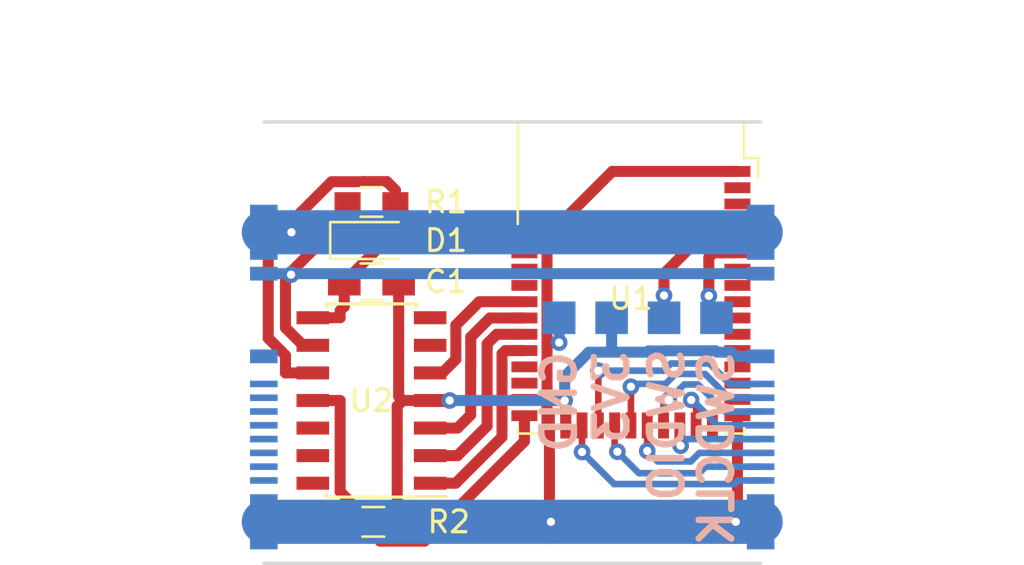
<source format=kicad_pcb>
(kicad_pcb (version 4) (host pcbnew 4.0.6-e0-6349~53~ubuntu16.04.1)

  (general
    (links 37)
    (no_connects 0)
    (area 122.810199 67.023 170.305801 94.1438)
    (thickness 1.6)
    (drawings 7)
    (tracks 196)
    (zones 0)
    (modules 12)
    (nets 20)
  )

  (page A4)
  (layers
    (0 F.Cu signal)
    (31 B.Cu signal)
    (32 B.Adhes user)
    (33 F.Adhes user)
    (34 B.Paste user)
    (35 F.Paste user)
    (36 B.SilkS user)
    (37 F.SilkS user)
    (38 B.Mask user)
    (39 F.Mask user)
    (40 Dwgs.User user)
    (41 Cmts.User user)
    (42 Eco1.User user)
    (43 Eco2.User user)
    (44 Edge.Cuts user)
    (45 Margin user)
    (46 B.CrtYd user)
    (47 F.CrtYd user)
    (48 B.Fab user hide)
    (49 F.Fab user)
  )

  (setup
    (last_trace_width 0.508)
    (trace_clearance 0.1778)
    (zone_clearance 0.508)
    (zone_45_only no)
    (trace_min 0.2)
    (segment_width 0.2)
    (edge_width 0.15)
    (via_size 0.762)
    (via_drill 0.381)
    (via_min_size 0.4)
    (via_min_drill 0.3)
    (uvia_size 0.3)
    (uvia_drill 0.1)
    (uvias_allowed no)
    (uvia_min_size 0)
    (uvia_min_drill 0)
    (pcb_text_width 0.3)
    (pcb_text_size 1.5 1.5)
    (mod_edge_width 0.15)
    (mod_text_size 1 1)
    (mod_text_width 0.15)
    (pad_size 1.524 1.524)
    (pad_drill 0.762)
    (pad_to_mask_clearance 0.2)
    (aux_axis_origin 135.128 90.551)
    (visible_elements FFFFFF7F)
    (pcbplotparams
      (layerselection 0x010f0_80000001)
      (usegerberextensions true)
      (excludeedgelayer true)
      (linewidth 0.100000)
      (plotframeref false)
      (viasonmask false)
      (mode 1)
      (useauxorigin true)
      (hpglpennumber 1)
      (hpglpenspeed 20)
      (hpglpendiameter 15)
      (hpglpenoverlay 2)
      (psnegative false)
      (psa4output false)
      (plotreference true)
      (plotvalue true)
      (plotinvisibletext false)
      (padsonsilk false)
      (subtractmaskfromsilk false)
      (outputformat 1)
      (mirror false)
      (drillshape 0)
      (scaleselection 1)
      (outputdirectory gbr))
  )

  (net 0 "")
  (net 1 +3V3)
  (net 2 GND)
  (net 3 +12V)
  (net 4 /LIN)
  (net 5 /FAULT)
  (net 6 /IO0)
  (net 7 /IO1)
  (net 8 /IO2)
  (net 9 /IO3)
  (net 10 /IO4)
  (net 11 /IO6)
  (net 12 /VBAT_RATIO)
  (net 13 /RXD)
  (net 14 /CS/LWAKE)
  (net 15 /TXD)
  (net 16 /IO5)
  (net 17 /IO7)
  (net 18 "Net-(J1-Pad1)")
  (net 19 "Net-(J2-Pad1)")

  (net_class Default "This is the default net class."
    (clearance 0.1778)
    (trace_width 0.508)
    (via_dia 0.762)
    (via_drill 0.381)
    (uvia_dia 0.3)
    (uvia_drill 0.1)
    (add_net +12V)
    (add_net +3V3)
    (add_net /CS/LWAKE)
    (add_net /FAULT)
    (add_net /LIN)
    (add_net /RXD)
    (add_net /TXD)
    (add_net /VBAT_RATIO)
    (add_net GND)
    (add_net "Net-(J1-Pad1)")
    (add_net "Net-(J2-Pad1)")
  )

  (net_class IOs ""
    (clearance 0.1778)
    (trace_width 0.3048)
    (via_dia 0.762)
    (via_drill 0.381)
    (uvia_dia 0.3)
    (uvia_drill 0.1)
    (add_net /IO0)
    (add_net /IO1)
    (add_net /IO2)
    (add_net /IO3)
    (add_net /IO4)
    (add_net /IO5)
    (add_net /IO6)
    (add_net /IO7)
  )

  (module Capacitors_SMD:C_0805_HandSoldering (layer F.Cu) (tedit 58AA84A8) (tstamp 59ADDDA7)
    (at 140.081 79.502 180)
    (descr "Capacitor SMD 0805, hand soldering")
    (tags "capacitor 0805")
    (path /59ADF374)
    (attr smd)
    (fp_text reference C1 (at -3.429 0 180) (layer F.SilkS)
      (effects (font (size 1 1) (thickness 0.15)))
    )
    (fp_text value 22u (at 0 1.75 180) (layer F.Fab)
      (effects (font (size 1 1) (thickness 0.15)))
    )
    (fp_text user %R (at 0 -1.75 180) (layer F.Fab)
      (effects (font (size 1 1) (thickness 0.15)))
    )
    (fp_line (start -1 0.62) (end -1 -0.62) (layer F.Fab) (width 0.1))
    (fp_line (start 1 0.62) (end -1 0.62) (layer F.Fab) (width 0.1))
    (fp_line (start 1 -0.62) (end 1 0.62) (layer F.Fab) (width 0.1))
    (fp_line (start -1 -0.62) (end 1 -0.62) (layer F.Fab) (width 0.1))
    (fp_line (start 0.5 -0.85) (end -0.5 -0.85) (layer F.SilkS) (width 0.12))
    (fp_line (start -0.5 0.85) (end 0.5 0.85) (layer F.SilkS) (width 0.12))
    (fp_line (start -2.25 -0.88) (end 2.25 -0.88) (layer F.CrtYd) (width 0.05))
    (fp_line (start -2.25 -0.88) (end -2.25 0.87) (layer F.CrtYd) (width 0.05))
    (fp_line (start 2.25 0.87) (end 2.25 -0.88) (layer F.CrtYd) (width 0.05))
    (fp_line (start 2.25 0.87) (end -2.25 0.87) (layer F.CrtYd) (width 0.05))
    (pad 1 smd rect (at -1.25 0 180) (size 1.5 1.25) (layers F.Cu F.Paste F.Mask)
      (net 1 +3V3))
    (pad 2 smd rect (at 1.25 0 180) (size 1.5 1.25) (layers F.Cu F.Paste F.Mask)
      (net 2 GND))
    (model Capacitors_SMD.3dshapes/C_0805.wrl
      (at (xyz 0 0 0))
      (scale (xyz 1 1 1))
      (rotate (xyz 0 0 0))
    )
  )

  (module Resistors_SMD:R_0603_HandSoldering (layer F.Cu) (tedit 58E0A804) (tstamp 59ADDDD0)
    (at 140.081 75.819 180)
    (descr "Resistor SMD 0603, hand soldering")
    (tags "resistor 0603")
    (path /59ADCC1E)
    (attr smd)
    (fp_text reference R1 (at -3.429 0 180) (layer F.SilkS)
      (effects (font (size 1 1) (thickness 0.15)))
    )
    (fp_text value 10k (at 0 1.55 180) (layer F.Fab)
      (effects (font (size 1 1) (thickness 0.15)))
    )
    (fp_text user %R (at 0 0 180) (layer F.Fab)
      (effects (font (size 0.4 0.4) (thickness 0.075)))
    )
    (fp_line (start -0.8 0.4) (end -0.8 -0.4) (layer F.Fab) (width 0.1))
    (fp_line (start 0.8 0.4) (end -0.8 0.4) (layer F.Fab) (width 0.1))
    (fp_line (start 0.8 -0.4) (end 0.8 0.4) (layer F.Fab) (width 0.1))
    (fp_line (start -0.8 -0.4) (end 0.8 -0.4) (layer F.Fab) (width 0.1))
    (fp_line (start 0.5 0.68) (end -0.5 0.68) (layer F.SilkS) (width 0.12))
    (fp_line (start -0.5 -0.68) (end 0.5 -0.68) (layer F.SilkS) (width 0.12))
    (fp_line (start -1.96 -0.7) (end 1.95 -0.7) (layer F.CrtYd) (width 0.05))
    (fp_line (start -1.96 -0.7) (end -1.96 0.7) (layer F.CrtYd) (width 0.05))
    (fp_line (start 1.95 0.7) (end 1.95 -0.7) (layer F.CrtYd) (width 0.05))
    (fp_line (start 1.95 0.7) (end -1.96 0.7) (layer F.CrtYd) (width 0.05))
    (pad 1 smd rect (at -1.1 0 180) (size 1.2 0.9) (layers F.Cu F.Paste F.Mask)
      (net 3 +12V))
    (pad 2 smd rect (at 1.1 0 180) (size 1.2 0.9) (layers F.Cu F.Paste F.Mask)
      (net 4 /LIN))
    (model ${KISYS3DMOD}/Resistors_SMD.3dshapes/R_0603.wrl
      (at (xyz 0 0 0))
      (scale (xyz 1 1 1))
      (rotate (xyz 0 0 0))
    )
  )

  (module Resistors_SMD:R_0603_HandSoldering (layer F.Cu) (tedit 58E0A804) (tstamp 59ADDDE1)
    (at 140.165 90.551 180)
    (descr "Resistor SMD 0603, hand soldering")
    (tags "resistor 0603")
    (path /59ADCBD2)
    (attr smd)
    (fp_text reference R2 (at -3.472 0 180) (layer F.SilkS)
      (effects (font (size 1 1) (thickness 0.15)))
    )
    (fp_text value 10k (at 0 1.55 180) (layer F.Fab)
      (effects (font (size 1 1) (thickness 0.15)))
    )
    (fp_text user %R (at 0 0 180) (layer F.Fab)
      (effects (font (size 0.4 0.4) (thickness 0.075)))
    )
    (fp_line (start -0.8 0.4) (end -0.8 -0.4) (layer F.Fab) (width 0.1))
    (fp_line (start 0.8 0.4) (end -0.8 0.4) (layer F.Fab) (width 0.1))
    (fp_line (start 0.8 -0.4) (end 0.8 0.4) (layer F.Fab) (width 0.1))
    (fp_line (start -0.8 -0.4) (end 0.8 -0.4) (layer F.Fab) (width 0.1))
    (fp_line (start 0.5 0.68) (end -0.5 0.68) (layer F.SilkS) (width 0.12))
    (fp_line (start -0.5 -0.68) (end 0.5 -0.68) (layer F.SilkS) (width 0.12))
    (fp_line (start -1.96 -0.7) (end 1.95 -0.7) (layer F.CrtYd) (width 0.05))
    (fp_line (start -1.96 -0.7) (end -1.96 0.7) (layer F.CrtYd) (width 0.05))
    (fp_line (start 1.95 0.7) (end 1.95 -0.7) (layer F.CrtYd) (width 0.05))
    (fp_line (start 1.95 0.7) (end -1.96 0.7) (layer F.CrtYd) (width 0.05))
    (pad 1 smd rect (at -1.1 0 180) (size 1.2 0.9) (layers F.Cu F.Paste F.Mask)
      (net 1 +3V3))
    (pad 2 smd rect (at 1.1 0 180) (size 1.2 0.9) (layers F.Cu F.Paste F.Mask)
      (net 5 /FAULT))
    (model ${KISYS3DMOD}/Resistors_SMD.3dshapes/R_0603.wrl
      (at (xyz 0 0 0))
      (scale (xyz 1 1 1))
      (rotate (xyz 0 0 0))
    )
  )

  (module RF_Modules:Laird_BL652 (layer F.Cu) (tedit 58731FA7) (tstamp 59ADDE1C)
    (at 152.019 80.264 270)
    (descr "Bluetooth v4.2 + NFC module")
    (tags "Bluetooth BLE NFC")
    (path /59ADCB9D)
    (attr smd)
    (fp_text reference U1 (at 0 0 360) (layer F.SilkS)
      (effects (font (size 1 1) (thickness 0.15)))
    )
    (fp_text value BL652 (at 0 6.985 270) (layer F.Fab)
      (effects (font (size 1 1) (thickness 0.15)))
    )
    (fp_line (start -3.429 5.207) (end -8.001 5.207) (layer F.SilkS) (width 0.12))
    (fp_line (start -6.477 -5.842) (end -5.588 -5.842) (layer F.SilkS) (width 0.12))
    (fp_line (start -6.477 -5.207) (end -6.477 -5.842) (layer F.SilkS) (width 0.12))
    (fp_line (start -8.001 -5.207) (end -6.477 -5.207) (layer F.SilkS) (width 0.12))
    (fp_line (start 6.223 5.207) (end 5.969 5.207) (layer F.SilkS) (width 0.12))
    (fp_line (start 6.223 -5.207) (end 6.223 -4.318) (layer F.SilkS) (width 0.12))
    (fp_line (start 5.969 -5.207) (end 6.223 -5.207) (layer F.SilkS) (width 0.12))
    (fp_line (start 7 6) (end -8.25 6) (layer F.CrtYd) (width 0.05))
    (fp_line (start -8.25 6) (end -8.25 -6) (layer F.CrtYd) (width 0.05))
    (fp_line (start -8.25 -6) (end 7 -6) (layer F.CrtYd) (width 0.05))
    (fp_line (start 7 -6) (end 7 6) (layer F.CrtYd) (width 0.05))
    (fp_line (start 6.223 5.207) (end 6.223 4.318) (layer F.SilkS) (width 0.12))
    (fp_line (start 5.95 5) (end -8.05 5) (layer F.Fab) (width 0.1))
    (fp_line (start 5.95 -5) (end 5.95 5) (layer F.Fab) (width 0.1))
    (fp_line (start -8.05 -5) (end 5.9 -5) (layer F.Fab) (width 0.1))
    (fp_line (start -8.05 -5) (end -8.05 5) (layer F.Fab) (width 0.1))
    (pad 1 smd rect (at -5.85 -4.9) (size 1.2 0.5) (layers F.Cu F.Paste F.Mask)
      (net 2 GND))
    (pad 2 smd rect (at -5.1 -4.9) (size 1.2 0.5) (layers F.Cu F.Paste F.Mask))
    (pad 3 smd rect (at -4.35 -4.9) (size 1.2 0.5) (layers F.Cu F.Paste F.Mask))
    (pad 4 smd rect (at -3.6 -4.9) (size 1.2 0.5) (layers F.Cu F.Paste F.Mask))
    (pad 5 smd rect (at -2.85 -4.9) (size 1.2 0.5) (layers F.Cu F.Paste F.Mask)
      (net 19 "Net-(J2-Pad1)"))
    (pad 6 smd rect (at -2.1 -4.9) (size 1.2 0.5) (layers F.Cu F.Paste F.Mask)
      (net 18 "Net-(J1-Pad1)"))
    (pad 7 smd rect (at -1.35 -4.9) (size 1.2 0.5) (layers F.Cu F.Paste F.Mask))
    (pad 8 smd rect (at -0.6 -4.9) (size 1.2 0.5) (layers F.Cu F.Paste F.Mask))
    (pad 9 smd rect (at 0.15 -4.9) (size 1.2 0.5) (layers F.Cu F.Paste F.Mask))
    (pad 10 smd rect (at 0.9 -4.9) (size 1.2 0.5) (layers F.Cu F.Paste F.Mask))
    (pad 11 smd rect (at 1.65 -4.9) (size 1.2 0.5) (layers F.Cu F.Paste F.Mask))
    (pad 12 smd rect (at 2.4 -4.9) (size 1.2 0.5) (layers F.Cu F.Paste F.Mask))
    (pad 13 smd rect (at 3.15 -4.9) (size 1.2 0.5) (layers F.Cu F.Paste F.Mask))
    (pad 14 smd rect (at 3.9 -4.9) (size 1.2 0.5) (layers F.Cu F.Paste F.Mask))
    (pad 15 smd rect (at 4.65 -4.9) (size 1.2 0.5) (layers F.Cu F.Paste F.Mask))
    (pad 16 smd rect (at 5.4 -4.9) (size 1.2 0.5) (layers F.Cu F.Paste F.Mask)
      (net 2 GND))
    (pad 17 smd rect (at 5.85 -3.75 270) (size 1.2 0.5) (layers F.Cu F.Paste F.Mask))
    (pad 18 smd rect (at 5.85 -3 270) (size 1.2 0.5) (layers F.Cu F.Paste F.Mask)
      (net 9 /IO3))
    (pad 19 smd rect (at 5.85 -2.25 270) (size 1.2 0.5) (layers F.Cu F.Paste F.Mask)
      (net 10 /IO4))
    (pad 20 smd rect (at 5.85 -1.5 270) (size 1.2 0.5) (layers F.Cu F.Paste F.Mask)
      (net 8 /IO2))
    (pad 21 smd rect (at 5.85 -0.75 270) (size 1.2 0.5) (layers F.Cu F.Paste F.Mask)
      (net 16 /IO5))
    (pad 22 smd rect (at 5.85 0 270) (size 1.2 0.5) (layers F.Cu F.Paste F.Mask)
      (net 7 /IO1))
    (pad 23 smd rect (at 5.85 0.75 270) (size 1.2 0.5) (layers F.Cu F.Paste F.Mask)
      (net 11 /IO6))
    (pad 24 smd rect (at 5.85 1.5 270) (size 1.2 0.5) (layers F.Cu F.Paste F.Mask)
      (net 6 /IO0))
    (pad 25 smd rect (at 5.85 2.25 270) (size 1.2 0.5) (layers F.Cu F.Paste F.Mask)
      (net 17 /IO7))
    (pad 26 smd rect (at 5.85 3 270) (size 1.2 0.5) (layers F.Cu F.Paste F.Mask)
      (net 1 +3V3))
    (pad 27 smd rect (at 5.85 3.75 270) (size 1.2 0.5) (layers F.Cu F.Paste F.Mask)
      (net 2 GND))
    (pad 28 smd rect (at 5.4 4.9) (size 1.2 0.5) (layers F.Cu F.Paste F.Mask)
      (net 5 /FAULT))
    (pad 29 smd rect (at 4.65 4.9) (size 1.2 0.5) (layers F.Cu F.Paste F.Mask))
    (pad 30 smd rect (at 3.9 4.9) (size 1.2 0.5) (layers F.Cu F.Paste F.Mask))
    (pad 31 smd rect (at 3.15 4.9) (size 1.2 0.5) (layers F.Cu F.Paste F.Mask))
    (pad 32 smd rect (at 2.4 4.9) (size 1.2 0.5) (layers F.Cu F.Paste F.Mask)
      (net 12 /VBAT_RATIO))
    (pad 33 smd rect (at 1.65 4.9) (size 1.2 0.5) (layers F.Cu F.Paste F.Mask)
      (net 13 /RXD))
    (pad 34 smd rect (at 0.9 4.9) (size 1.2 0.5) (layers F.Cu F.Paste F.Mask)
      (net 14 /CS/LWAKE))
    (pad 35 smd rect (at 0.15 4.9) (size 1.2 0.5) (layers F.Cu F.Paste F.Mask)
      (net 15 /TXD))
    (pad 36 smd rect (at -0.6 4.9) (size 1.2 0.5) (layers F.Cu F.Paste F.Mask))
    (pad 37 smd rect (at -1.35 4.9) (size 1.2 0.5) (layers F.Cu F.Paste F.Mask))
    (pad 38 smd rect (at -2.1 4.9) (size 1.2 0.5) (layers F.Cu F.Paste F.Mask))
    (pad 39 smd rect (at -2.85 4.9) (size 1.2 0.5) (layers F.Cu F.Paste F.Mask)
      (net 2 GND))
    (model ${KISYS3DMOD}/RF_Modules.3dshapes/Laird_BL652.wrl
      (at (xyz 0 0 0))
      (scale (xyz 1 1 1))
      (rotate (xyz 0 0 0))
    )
  )

  (module Housings_SOIC:SOIC-14_3.9x8.7mm_Pitch1.27mm (layer F.Cu) (tedit 58CC8F64) (tstamp 59ADDE3F)
    (at 140.081 84.963 180)
    (descr "14-Lead Plastic Small Outline (SL) - Narrow, 3.90 mm Body [SOIC] (see Microchip Packaging Specification 00000049BS.pdf)")
    (tags "SOIC 1.27")
    (path /59ADCBB1)
    (attr smd)
    (fp_text reference U2 (at 0 0 180) (layer F.SilkS)
      (effects (font (size 1 1) (thickness 0.15)))
    )
    (fp_text value MCP2050 (at 0 5.375 180) (layer F.Fab)
      (effects (font (size 1 1) (thickness 0.15)))
    )
    (fp_text user %R (at 0 0 360) (layer F.Fab)
      (effects (font (size 0.9 0.9) (thickness 0.135)))
    )
    (fp_line (start -0.95 -4.35) (end 1.95 -4.35) (layer F.Fab) (width 0.15))
    (fp_line (start 1.95 -4.35) (end 1.95 4.35) (layer F.Fab) (width 0.15))
    (fp_line (start 1.95 4.35) (end -1.95 4.35) (layer F.Fab) (width 0.15))
    (fp_line (start -1.95 4.35) (end -1.95 -3.35) (layer F.Fab) (width 0.15))
    (fp_line (start -1.95 -3.35) (end -0.95 -4.35) (layer F.Fab) (width 0.15))
    (fp_line (start -3.7 -4.65) (end -3.7 4.65) (layer F.CrtYd) (width 0.05))
    (fp_line (start 3.7 -4.65) (end 3.7 4.65) (layer F.CrtYd) (width 0.05))
    (fp_line (start -3.7 -4.65) (end 3.7 -4.65) (layer F.CrtYd) (width 0.05))
    (fp_line (start -3.7 4.65) (end 3.7 4.65) (layer F.CrtYd) (width 0.05))
    (fp_line (start -2.075 -4.45) (end -2.075 -4.425) (layer F.SilkS) (width 0.15))
    (fp_line (start 2.075 -4.45) (end 2.075 -4.335) (layer F.SilkS) (width 0.15))
    (fp_line (start 2.075 4.45) (end 2.075 4.335) (layer F.SilkS) (width 0.15))
    (fp_line (start -2.075 4.45) (end -2.075 4.335) (layer F.SilkS) (width 0.15))
    (fp_line (start -2.075 -4.45) (end 2.075 -4.45) (layer F.SilkS) (width 0.15))
    (fp_line (start -2.075 4.45) (end 2.075 4.45) (layer F.SilkS) (width 0.15))
    (fp_line (start -2.075 -4.425) (end -3.45 -4.425) (layer F.SilkS) (width 0.15))
    (pad 1 smd rect (at -2.7 -3.81 180) (size 1.5 0.6) (layers F.Cu F.Paste F.Mask)
      (net 12 /VBAT_RATIO))
    (pad 2 smd rect (at -2.7 -2.54 180) (size 1.5 0.6) (layers F.Cu F.Paste F.Mask)
      (net 13 /RXD))
    (pad 3 smd rect (at -2.7 -1.27 180) (size 1.5 0.6) (layers F.Cu F.Paste F.Mask)
      (net 14 /CS/LWAKE))
    (pad 4 smd rect (at -2.7 0 180) (size 1.5 0.6) (layers F.Cu F.Paste F.Mask)
      (net 1 +3V3))
    (pad 5 smd rect (at -2.7 1.27 180) (size 1.5 0.6) (layers F.Cu F.Paste F.Mask)
      (net 15 /TXD))
    (pad 6 smd rect (at -2.7 2.54 180) (size 1.5 0.6) (layers F.Cu F.Paste F.Mask))
    (pad 7 smd rect (at -2.7 3.81 180) (size 1.5 0.6) (layers F.Cu F.Paste F.Mask))
    (pad 8 smd rect (at 2.7 3.81 180) (size 1.5 0.6) (layers F.Cu F.Paste F.Mask)
      (net 2 GND))
    (pad 9 smd rect (at 2.7 2.54 180) (size 1.5 0.6) (layers F.Cu F.Paste F.Mask)
      (net 4 /LIN))
    (pad 10 smd rect (at 2.7 1.27 180) (size 1.5 0.6) (layers F.Cu F.Paste F.Mask)
      (net 3 +12V))
    (pad 11 smd rect (at 2.7 0 180) (size 1.5 0.6) (layers F.Cu F.Paste F.Mask)
      (net 5 /FAULT))
    (pad 12 smd rect (at 2.7 -1.27 180) (size 1.5 0.6) (layers F.Cu F.Paste F.Mask))
    (pad 13 smd rect (at 2.7 -2.54 180) (size 1.5 0.6) (layers F.Cu F.Paste F.Mask))
    (pad 14 smd rect (at 2.7 -3.81 180) (size 1.5 0.6) (layers F.Cu F.Paste F.Mask))
    (model ${KISYS3DMOD}/Housings_SOIC.3dshapes/SOIC-14_3.9x8.7mm_Pitch1.27mm.wrl
      (at (xyz 0 0 0))
      (scale (xyz 1 1 1))
      (rotate (xyz 0 0 0))
    )
  )

  (module Diodes_SMD:D_SOD-323_HandSoldering (layer F.Cu) (tedit 58641869) (tstamp 59ADDF46)
    (at 140.081 77.597)
    (descr SOD-323)
    (tags SOD-323)
    (path /59ADCC05)
    (attr smd)
    (fp_text reference D1 (at 3.429 0) (layer F.SilkS)
      (effects (font (size 1 1) (thickness 0.15)))
    )
    (fp_text value RSB36V (at 0.1 1.9) (layer F.Fab)
      (effects (font (size 1 1) (thickness 0.15)))
    )
    (fp_text user %R (at 0 -1.85) (layer F.Fab)
      (effects (font (size 1 1) (thickness 0.15)))
    )
    (fp_line (start -1.9 -0.85) (end -1.9 0.85) (layer F.SilkS) (width 0.12))
    (fp_line (start 0.2 0) (end 0.45 0) (layer F.Fab) (width 0.1))
    (fp_line (start 0.2 0.35) (end -0.3 0) (layer F.Fab) (width 0.1))
    (fp_line (start 0.2 -0.35) (end 0.2 0.35) (layer F.Fab) (width 0.1))
    (fp_line (start -0.3 0) (end 0.2 -0.35) (layer F.Fab) (width 0.1))
    (fp_line (start -0.3 0) (end -0.5 0) (layer F.Fab) (width 0.1))
    (fp_line (start -0.3 -0.35) (end -0.3 0.35) (layer F.Fab) (width 0.1))
    (fp_line (start -0.9 0.7) (end -0.9 -0.7) (layer F.Fab) (width 0.1))
    (fp_line (start 0.9 0.7) (end -0.9 0.7) (layer F.Fab) (width 0.1))
    (fp_line (start 0.9 -0.7) (end 0.9 0.7) (layer F.Fab) (width 0.1))
    (fp_line (start -0.9 -0.7) (end 0.9 -0.7) (layer F.Fab) (width 0.1))
    (fp_line (start -2 -0.95) (end 2 -0.95) (layer F.CrtYd) (width 0.05))
    (fp_line (start 2 -0.95) (end 2 0.95) (layer F.CrtYd) (width 0.05))
    (fp_line (start -2 0.95) (end 2 0.95) (layer F.CrtYd) (width 0.05))
    (fp_line (start -2 -0.95) (end -2 0.95) (layer F.CrtYd) (width 0.05))
    (fp_line (start -1.9 0.85) (end 1.25 0.85) (layer F.SilkS) (width 0.12))
    (fp_line (start -1.9 -0.85) (end 1.25 -0.85) (layer F.SilkS) (width 0.12))
    (pad 1 smd rect (at -1.25 0) (size 1 1) (layers F.Cu F.Paste F.Mask)
      (net 4 /LIN))
    (pad 2 smd rect (at 1.25 0) (size 1 1) (layers F.Cu F.Paste F.Mask)
      (net 2 GND))
    (model ${KISYS3DMOD}/Diodes_SMD.3dshapes/D_SOD-323.wrl
      (at (xyz 0 0 0))
      (scale (xyz 1 1 1))
      (rotate (xyz 0 0 0))
    )
  )

  (module interface:interface (layer F.Cu) (tedit 597E72C6) (tstamp 59ADDF56)
    (at 135.128 72.771)
    (path /59ADCDFC)
    (fp_text reference X1 (at 0 20.32) (layer F.SilkS) hide
      (effects (font (size 1 1) (thickness 0.15)))
    )
    (fp_text value interface (at 0 -1.27) (layer F.Fab) hide
      (effects (font (size 1 1) (thickness 0.15)))
    )
    (fp_line (start -5.715 4.445) (end -5.715 5.715) (layer F.Fab) (width 0.15))
    (fp_line (start -5.08 5.08) (end -6.35 5.08) (layer F.Fab) (width 0.15))
    (fp_line (start 5.715 4.445) (end 5.715 5.715) (layer F.Fab) (width 0.15))
    (fp_line (start 5.08 5.08) (end 6.35 5.08) (layer F.Fab) (width 0.15))
    (fp_line (start -11.43 -0.635) (end -11.43 0) (layer F.Fab) (width 0.15))
    (fp_line (start -12.065 -0.635) (end -10.795 -0.635) (layer F.Fab) (width 0.15))
    (fp_line (start -12.065 19.685) (end -10.795 19.685) (layer F.Fab) (width 0.15))
    (fp_line (start -11.43 19.685) (end -11.43 19.05) (layer F.Fab) (width 0.15))
    (fp_line (start 11.43 -0.635) (end 11.43 0) (layer F.Fab) (width 0.15))
    (fp_line (start 10.795 -0.635) (end 12.065 -0.635) (layer F.Fab) (width 0.15))
    (fp_line (start 0 -0.635) (end 0 0) (layer F.Fab) (width 0.15))
    (fp_line (start -0.635 -0.635) (end 0.635 -0.635) (layer F.Fab) (width 0.15))
    (fp_line (start 10.795 19.685) (end 12.065 19.685) (layer F.Fab) (width 0.15))
    (fp_line (start 11.43 19.685) (end 11.43 19.05) (layer F.Fab) (width 0.15))
    (fp_line (start 0 19.05) (end 0 19.685) (layer F.Fab) (width 0.15))
    (fp_line (start -0.635 19.685) (end 0.635 19.685) (layer F.Fab) (width 0.15))
    (pad 1 smd rect (at 0 4.445) (size 1.27 2.54) (layers B.Cu)
      (net 3 +12V))
    (pad 2 smd rect (at 0 17.78) (size 1.27 2.54) (layers B.Cu)
      (net 2 GND))
    (pad 3 smd rect (at 0 6.35) (size 1.27 0.635) (layers B.Cu)
      (net 4 /LIN))
    (pad 5 smd rect (at 0 11.43) (size 1.27 0.3048) (layers B.Cu))
    (pad 6 smd rect (at 0 12.065) (size 1.27 0.3048) (layers B.Cu))
    (pad 7 smd rect (at 0 12.7) (size 1.27 0.3048) (layers B.Cu))
    (pad 8 smd rect (at 0 13.335) (size 1.27 0.3048) (layers B.Cu))
    (pad 9 smd rect (at 0 13.97) (size 1.27 0.3048) (layers B.Cu))
    (pad 10 smd rect (at 0 14.605) (size 1.27 0.3048) (layers B.Cu))
    (pad 11 smd rect (at 0 15.24) (size 1.27 0.3048) (layers B.Cu))
    (pad 12 smd rect (at 0 15.875) (size 1.27 0.3048) (layers B.Cu))
    (pad 4 smd rect (at 0 10.16) (size 1.27 0.635) (layers B.Cu))
  )

  (module interface:interface (layer F.Cu) (tedit 597E72C6) (tstamp 59ADDF66)
    (at 157.988 72.771)
    (path /59ADD17A)
    (fp_text reference X2 (at 0 20.32) (layer F.SilkS) hide
      (effects (font (size 1 1) (thickness 0.15)))
    )
    (fp_text value interface (at 0 -1.27) (layer F.Fab) hide
      (effects (font (size 1 1) (thickness 0.15)))
    )
    (fp_line (start -5.715 4.445) (end -5.715 5.715) (layer F.Fab) (width 0.15))
    (fp_line (start -5.08 5.08) (end -6.35 5.08) (layer F.Fab) (width 0.15))
    (fp_line (start 5.715 4.445) (end 5.715 5.715) (layer F.Fab) (width 0.15))
    (fp_line (start 5.08 5.08) (end 6.35 5.08) (layer F.Fab) (width 0.15))
    (fp_line (start -11.43 -0.635) (end -11.43 0) (layer F.Fab) (width 0.15))
    (fp_line (start -12.065 -0.635) (end -10.795 -0.635) (layer F.Fab) (width 0.15))
    (fp_line (start -12.065 19.685) (end -10.795 19.685) (layer F.Fab) (width 0.15))
    (fp_line (start -11.43 19.685) (end -11.43 19.05) (layer F.Fab) (width 0.15))
    (fp_line (start 11.43 -0.635) (end 11.43 0) (layer F.Fab) (width 0.15))
    (fp_line (start 10.795 -0.635) (end 12.065 -0.635) (layer F.Fab) (width 0.15))
    (fp_line (start 0 -0.635) (end 0 0) (layer F.Fab) (width 0.15))
    (fp_line (start -0.635 -0.635) (end 0.635 -0.635) (layer F.Fab) (width 0.15))
    (fp_line (start 10.795 19.685) (end 12.065 19.685) (layer F.Fab) (width 0.15))
    (fp_line (start 11.43 19.685) (end 11.43 19.05) (layer F.Fab) (width 0.15))
    (fp_line (start 0 19.05) (end 0 19.685) (layer F.Fab) (width 0.15))
    (fp_line (start -0.635 19.685) (end 0.635 19.685) (layer F.Fab) (width 0.15))
    (pad 1 smd rect (at 0 4.445) (size 1.27 2.54) (layers B.Cu)
      (net 3 +12V))
    (pad 2 smd rect (at 0 17.78) (size 1.27 2.54) (layers B.Cu)
      (net 2 GND))
    (pad 3 smd rect (at 0 6.35) (size 1.27 0.635) (layers B.Cu)
      (net 4 /LIN))
    (pad 5 smd rect (at 0 11.43) (size 1.27 0.3048) (layers B.Cu)
      (net 6 /IO0))
    (pad 6 smd rect (at 0 12.065) (size 1.27 0.3048) (layers B.Cu)
      (net 7 /IO1))
    (pad 7 smd rect (at 0 12.7) (size 1.27 0.3048) (layers B.Cu)
      (net 8 /IO2))
    (pad 8 smd rect (at 0 13.335) (size 1.27 0.3048) (layers B.Cu)
      (net 9 /IO3))
    (pad 9 smd rect (at 0 13.97) (size 1.27 0.3048) (layers B.Cu)
      (net 10 /IO4))
    (pad 10 smd rect (at 0 14.605) (size 1.27 0.3048) (layers B.Cu)
      (net 16 /IO5))
    (pad 11 smd rect (at 0 15.24) (size 1.27 0.3048) (layers B.Cu)
      (net 11 /IO6))
    (pad 12 smd rect (at 0 15.875) (size 1.27 0.3048) (layers B.Cu)
      (net 17 /IO7))
    (pad 4 smd rect (at 0 10.16) (size 1.27 0.635) (layers B.Cu)
      (net 1 +3V3))
  )

  (module Measurement_Points:Measurement_Point_Square-SMD-Pad_Small (layer B.Cu) (tedit 59AE3F38) (tstamp 59ADF4F0)
    (at 155.956 81.153)
    (descr "Mesurement Point, Square, SMD Pad,  1.5mm x 1.5mm,")
    (tags "Mesurement Point Square SMD Pad 1.5x1.5mm")
    (path /59AE077D)
    (attr virtual)
    (fp_text reference J1 (at 0 2) (layer B.SilkS) hide
      (effects (font (size 1 1) (thickness 0.15)) (justify mirror))
    )
    (fp_text value TEST_1P (at 0 -2) (layer B.Fab)
      (effects (font (size 1 1) (thickness 0.15)) (justify mirror))
    )
    (fp_line (start -1 1) (end 1 1) (layer B.CrtYd) (width 0.05))
    (fp_line (start 1 1) (end 1 -1) (layer B.CrtYd) (width 0.05))
    (fp_line (start 1 -1) (end -1 -1) (layer B.CrtYd) (width 0.05))
    (fp_line (start -1 -1) (end -1 1) (layer B.CrtYd) (width 0.05))
    (pad 1 smd rect (at 0 0) (size 1.5 1.5) (layers B.Cu B.Mask)
      (net 18 "Net-(J1-Pad1)"))
  )

  (module Measurement_Points:Measurement_Point_Square-SMD-Pad_Small (layer B.Cu) (tedit 59AE3F34) (tstamp 59ADF4F4)
    (at 153.543 81.153)
    (descr "Mesurement Point, Square, SMD Pad,  1.5mm x 1.5mm,")
    (tags "Mesurement Point Square SMD Pad 1.5x1.5mm")
    (path /59AE07D5)
    (attr virtual)
    (fp_text reference J2 (at 0 2) (layer B.SilkS) hide
      (effects (font (size 1 1) (thickness 0.15)) (justify mirror))
    )
    (fp_text value TEST_1P (at 0 -2) (layer B.Fab)
      (effects (font (size 1 1) (thickness 0.15)) (justify mirror))
    )
    (fp_line (start -1 1) (end 1 1) (layer B.CrtYd) (width 0.05))
    (fp_line (start 1 1) (end 1 -1) (layer B.CrtYd) (width 0.05))
    (fp_line (start 1 -1) (end -1 -1) (layer B.CrtYd) (width 0.05))
    (fp_line (start -1 -1) (end -1 1) (layer B.CrtYd) (width 0.05))
    (pad 1 smd rect (at 0 0) (size 1.5 1.5) (layers B.Cu B.Mask)
      (net 19 "Net-(J2-Pad1)"))
  )

  (module Measurement_Points:Measurement_Point_Square-SMD-Pad_Small (layer B.Cu) (tedit 59AE3F3C) (tstamp 59ADF4F8)
    (at 151.13 81.153)
    (descr "Mesurement Point, Square, SMD Pad,  1.5mm x 1.5mm,")
    (tags "Mesurement Point Square SMD Pad 1.5x1.5mm")
    (path /59AE08A1)
    (attr virtual)
    (fp_text reference J3 (at 0 2) (layer B.SilkS) hide
      (effects (font (size 1 1) (thickness 0.15)) (justify mirror))
    )
    (fp_text value TEST_1P (at 0 -2) (layer B.Fab)
      (effects (font (size 1 1) (thickness 0.15)) (justify mirror))
    )
    (fp_line (start -1 1) (end 1 1) (layer B.CrtYd) (width 0.05))
    (fp_line (start 1 1) (end 1 -1) (layer B.CrtYd) (width 0.05))
    (fp_line (start 1 -1) (end -1 -1) (layer B.CrtYd) (width 0.05))
    (fp_line (start -1 -1) (end -1 1) (layer B.CrtYd) (width 0.05))
    (pad 1 smd rect (at 0 0) (size 1.5 1.5) (layers B.Cu B.Mask)
      (net 1 +3V3))
  )

  (module Measurement_Points:Measurement_Point_Square-SMD-Pad_Small (layer B.Cu) (tedit 59AE3F41) (tstamp 59ADF4FC)
    (at 148.717 81.153)
    (descr "Mesurement Point, Square, SMD Pad,  1.5mm x 1.5mm,")
    (tags "Mesurement Point Square SMD Pad 1.5x1.5mm")
    (path /59AE09F7)
    (attr virtual)
    (fp_text reference J4 (at 0 2) (layer B.SilkS) hide
      (effects (font (size 1 1) (thickness 0.15)) (justify mirror))
    )
    (fp_text value TEST_1P (at 0 -2) (layer B.Fab)
      (effects (font (size 1 1) (thickness 0.15)) (justify mirror))
    )
    (fp_line (start -1 1) (end 1 1) (layer B.CrtYd) (width 0.05))
    (fp_line (start 1 1) (end 1 -1) (layer B.CrtYd) (width 0.05))
    (fp_line (start 1 -1) (end -1 -1) (layer B.CrtYd) (width 0.05))
    (fp_line (start -1 -1) (end -1 1) (layer B.CrtYd) (width 0.05))
    (pad 1 smd rect (at 0 0) (size 1.5 1.5) (layers B.Cu B.Mask)
      (net 2 GND))
  )

  (dimension 22.86 (width 0.3) (layer Dwgs.User)
    (gr_text "0.9000 in" (at 146.558 68.373) (layer Dwgs.User)
      (effects (font (size 1.5 1.5) (thickness 0.3)))
    )
    (feature1 (pts (xy 157.988 72.136) (xy 157.988 67.023)))
    (feature2 (pts (xy 135.128 72.136) (xy 135.128 67.023)))
    (crossbar (pts (xy 135.128 69.723) (xy 157.988 69.723)))
    (arrow1a (pts (xy 157.988 69.723) (xy 156.861496 70.309421)))
    (arrow1b (pts (xy 157.988 69.723) (xy 156.861496 69.136579)))
    (arrow2a (pts (xy 135.128 69.723) (xy 136.254504 70.309421)))
    (arrow2b (pts (xy 135.128 69.723) (xy 136.254504 69.136579)))
  )
  (gr_text SWDCLK (at 155.956 82.55 90) (layer B.SilkS)
    (effects (font (size 1.5 1.5) (thickness 0.3)) (justify left mirror))
  )
  (gr_text SWDIO (at 153.67 82.423 90) (layer B.SilkS)
    (effects (font (size 1.5 1.5) (thickness 0.3)) (justify left mirror))
  )
  (gr_text 3V3 (at 151.13 82.55 90) (layer B.SilkS)
    (effects (font (size 1.5 1.5) (thickness 0.3)) (justify left mirror))
  )
  (gr_text GND (at 148.717 82.55 90) (layer B.SilkS)
    (effects (font (size 1.5 1.5) (thickness 0.3)) (justify left mirror))
  )
  (gr_line (start 135.128 92.456) (end 157.988 92.456) (layer Edge.Cuts) (width 0.15))
  (gr_line (start 157.988 72.136) (end 135.128 72.136) (layer Edge.Cuts) (width 0.15))

  (via (at 143.679657 84.963) (size 0.762) (drill 0.381) (layers F.Cu B.Cu) (net 1))
  (segment (start 148.971 84.963) (end 143.679657 84.963) (width 0.508) (layer B.Cu) (net 1))
  (segment (start 142.781 84.963) (end 143.679657 84.963) (width 0.508) (layer F.Cu) (net 1))
  (segment (start 151.13 81.153) (end 151.13 82.03) (width 0.508) (layer B.Cu) (net 1))
  (segment (start 152.7741 82.7375) (end 151.13 82.7375) (width 0.508) (layer B.Cu) (net 1))
  (segment (start 151.13 82.7375) (end 150.085 82.7375) (width 0.508) (layer B.Cu) (net 1))
  (segment (start 151.13 82.03) (end 151.13 82.7375) (width 0.508) (layer B.Cu) (net 1))
  (via (at 148.971 84.963) (size 0.762) (layers F.Cu B.Cu) (net 1))
  (segment (start 149.014 85.006) (end 148.971 84.963) (width 0.508) (layer F.Cu) (net 1))
  (segment (start 149.019 85.006) (end 149.014 85.006) (width 0.508) (layer F.Cu) (net 1))
  (segment (start 141.265 85.221) (end 141.523 84.963) (width 0.508) (layer F.Cu) (net 1))
  (segment (start 141.265 90.551) (end 141.265 85.221) (width 0.508) (layer F.Cu) (net 1))
  (segment (start 141.331 84.771) (end 141.523 84.963) (width 0.508) (layer F.Cu) (net 1))
  (segment (start 141.331 79.502) (end 141.331 84.771) (width 0.508) (layer F.Cu) (net 1))
  (segment (start 141.523 84.963) (end 142.781 84.963) (width 0.508) (layer F.Cu) (net 1))
  (segment (start 149.019 86.114) (end 149.019 85.006) (width 0.508) (layer F.Cu) (net 1))
  (segment (start 157.988 82.931) (end 156.845 82.931) (width 0.508) (layer B.Cu) (net 1))
  (segment (start 148.971 83.8516) (end 148.971 84.963) (width 0.508) (layer B.Cu) (net 1))
  (segment (start 150.085 82.7375) (end 148.971 83.8516) (width 0.508) (layer B.Cu) (net 1))
  (segment (start 152.8309 82.6807) (end 152.7741 82.7375) (width 0.508) (layer B.Cu) (net 1))
  (segment (start 153.609 82.6807) (end 152.8309 82.6807) (width 0.508) (layer B.Cu) (net 1))
  (segment (start 153.6143 82.6754) (end 153.609 82.6807) (width 0.508) (layer B.Cu) (net 1))
  (segment (start 155.9186 82.6754) (end 153.6143 82.6754) (width 0.508) (layer B.Cu) (net 1))
  (segment (start 155.9807 82.7375) (end 155.9186 82.6754) (width 0.508) (layer B.Cu) (net 1))
  (segment (start 156.6515 82.7375) (end 155.9807 82.7375) (width 0.508) (layer B.Cu) (net 1))
  (segment (start 156.845 82.931) (end 156.6515 82.7375) (width 0.508) (layer B.Cu) (net 1))
  (segment (start 148.158 82.296) (end 148.717 82.296) (width 0.508) (layer F.Cu) (net 2))
  (segment (start 148.717 81.153) (end 148.717 82.296) (width 0.508) (layer B.Cu) (net 2))
  (segment (start 148.158 82.296) (end 148.158 82.677) (width 0.508) (layer F.Cu) (net 2))
  (segment (start 148.158 86.0032) (end 148.158 82.296) (width 0.508) (layer F.Cu) (net 2))
  (segment (start 148.158 82.296) (end 148.158 77.414) (width 0.508) (layer F.Cu) (net 2))
  (via (at 148.717 82.296) (size 0.762) (drill 0.381) (layers F.Cu B.Cu) (net 2))
  (via (at 148.336 90.551) (size 0.762) (layers F.Cu B.Cu) (net 2))
  (via (at 156.845 90.551) (size 0.762) (layers F.Cu B.Cu) (net 2))
  (segment (start 148.269 90.484) (end 148.336 90.551) (width 0.508) (layer F.Cu) (net 2))
  (segment (start 148.269 86.114) (end 148.269 90.484) (width 0.508) (layer F.Cu) (net 2))
  (segment (start 135.128 90.551) (end 148.336 90.551) (width 2.032) (layer B.Cu) (net 2))
  (segment (start 156.919 90.477) (end 156.845 90.551) (width 0.508) (layer F.Cu) (net 2))
  (segment (start 156.919 85.664) (end 156.919 90.477) (width 0.508) (layer F.Cu) (net 2))
  (segment (start 142.522 77.414) (end 142.339 77.597) (width 0.508) (layer F.Cu) (net 2))
  (segment (start 147.119 77.414) (end 142.522 77.414) (width 0.508) (layer F.Cu) (net 2))
  (segment (start 140.323 78.01) (end 138.831 79.502) (width 0.508) (layer F.Cu) (net 2))
  (segment (start 140.323 77.597) (end 140.323 78.01) (width 0.508) (layer F.Cu) (net 2))
  (segment (start 138.639 80.827) (end 138.831 80.635) (width 0.508) (layer F.Cu) (net 2))
  (segment (start 138.639 81.153) (end 138.639 80.827) (width 0.508) (layer F.Cu) (net 2))
  (segment (start 157.988 90.551) (end 156.845 90.551) (width 2.032) (layer B.Cu) (net 2))
  (segment (start 141.331 77.597) (end 140.323 77.597) (width 0.508) (layer F.Cu) (net 2))
  (segment (start 155.003 90.487) (end 155.003 90.551) (width 0.508) (layer B.Cu) (net 2))
  (segment (start 156.845 90.551) (end 155.003 90.551) (width 2.032) (layer B.Cu) (net 2))
  (segment (start 155.003 90.551) (end 148.336 90.551) (width 2.032) (layer B.Cu) (net 2))
  (segment (start 141.331 77.597) (end 142.339 77.597) (width 0.508) (layer F.Cu) (net 2))
  (segment (start 137.381 81.153) (end 138.639 81.153) (width 0.508) (layer F.Cu) (net 2))
  (segment (start 148.269 86.114) (end 148.158 86.0032) (width 0.508) (layer F.Cu) (net 2))
  (segment (start 147.119 77.414) (end 148.158 77.414) (width 0.508) (layer F.Cu) (net 2))
  (segment (start 151.158 74.414) (end 156.919 74.414) (width 0.508) (layer F.Cu) (net 2))
  (segment (start 148.158 77.414) (end 151.158 74.414) (width 0.508) (layer F.Cu) (net 2))
  (segment (start 138.831 79.502) (end 138.831 80.635) (width 0.508) (layer F.Cu) (net 2))
  (segment (start 141.181 75.819) (end 141.181 75.273182) (width 0.508) (layer F.Cu) (net 3))
  (segment (start 141.181 75.273182) (end 140.791067 74.883249) (width 0.508) (layer F.Cu) (net 3))
  (segment (start 140.791067 74.883249) (end 139.726179 74.883249) (width 0.508) (layer F.Cu) (net 3))
  (segment (start 139.721064 74.888364) (end 138.244736 74.888364) (width 0.508) (layer F.Cu) (net 3))
  (segment (start 139.726179 74.883249) (end 139.721064 74.888364) (width 0.508) (layer F.Cu) (net 3))
  (segment (start 136.398 76.7351) (end 136.398 77.216) (width 0.508) (layer F.Cu) (net 3))
  (segment (start 138.244736 74.888364) (end 136.398 76.7351) (width 0.508) (layer F.Cu) (net 3))
  (segment (start 157.988 77.216) (end 136.398 77.216) (width 2.032) (layer B.Cu) (net 3))
  (via (at 136.398 77.216) (size 0.762) (layers F.Cu B.Cu) (net 3))
  (segment (start 136.398 77.216) (end 135.128 77.216) (width 2.032) (layer B.Cu) (net 3))
  (segment (start 135.331 78.2828) (end 136.398 77.216) (width 0.508) (layer F.Cu) (net 3))
  (segment (start 135.331 82.0932) (end 135.331 78.2828) (width 0.508) (layer F.Cu) (net 3))
  (segment (start 136.123 82.8851) (end 135.331 82.0932) (width 0.508) (layer F.Cu) (net 3))
  (segment (start 136.123 83.693) (end 136.123 82.8851) (width 0.508) (layer F.Cu) (net 3))
  (segment (start 137.381 83.693) (end 136.123 83.693) (width 0.508) (layer F.Cu) (net 3))
  (segment (start 136.428556 79.121) (end 136.381838 79.167718) (width 0.508) (layer B.Cu) (net 4))
  (segment (start 136.33512 79.121) (end 136.381838 79.167718) (width 0.508) (layer B.Cu) (net 4))
  (segment (start 135.128 79.121) (end 136.33512 79.121) (width 0.508) (layer B.Cu) (net 4))
  (segment (start 136.381838 79.038162) (end 136.381838 79.167718) (width 0.508) (layer F.Cu) (net 4))
  (segment (start 137.823 77.597) (end 136.381838 79.038162) (width 0.508) (layer F.Cu) (net 4))
  (segment (start 157.988 79.121) (end 136.428556 79.121) (width 0.508) (layer B.Cu) (net 4))
  (segment (start 136.931 82.423) (end 136.123 81.615) (width 0.508) (layer F.Cu) (net 4))
  (segment (start 137.381 82.423) (end 136.931 82.423) (width 0.508) (layer F.Cu) (net 4))
  (segment (start 136.123 79.426556) (end 136.381838 79.167718) (width 0.508) (layer F.Cu) (net 4))
  (segment (start 138.831 77.597) (end 137.823 77.597) (width 0.508) (layer F.Cu) (net 4))
  (via (at 136.381838 79.167718) (size 0.762) (drill 0.381) (layers F.Cu B.Cu) (net 4))
  (segment (start 136.123 81.615) (end 136.123 79.426556) (width 0.508) (layer F.Cu) (net 4))
  (segment (start 138.981 76.439) (end 138.831 76.589) (width 0.508) (layer F.Cu) (net 4))
  (segment (start 138.981 75.819) (end 138.981 76.439) (width 0.508) (layer F.Cu) (net 4))
  (segment (start 138.831 77.597) (end 138.831 76.589) (width 0.508) (layer F.Cu) (net 4))
  (segment (start 139.065 90.551) (end 140.173 90.551) (width 0.508) (layer F.Cu) (net 5))
  (segment (start 140.173 90.551) (end 140.173 91.1345) (width 0.508) (layer F.Cu) (net 5))
  (segment (start 140.173 91.1345) (end 140.4785 91.44) (width 0.508) (layer F.Cu) (net 5))
  (segment (start 140.4785 91.44) (end 142.520525 91.44) (width 0.508) (layer F.Cu) (net 5))
  (segment (start 142.520525 91.44) (end 147.119 86.841525) (width 0.508) (layer F.Cu) (net 5))
  (segment (start 147.119 86.841525) (end 147.119 85.664) (width 0.508) (layer F.Cu) (net 5))
  (segment (start 138.639 89.167) (end 139.065 89.593) (width 0.508) (layer F.Cu) (net 5))
  (segment (start 138.639 84.963) (end 138.639 89.167) (width 0.508) (layer F.Cu) (net 5))
  (segment (start 137.381 84.963) (end 138.639 84.963) (width 0.508) (layer F.Cu) (net 5))
  (segment (start 139.065 90.551) (end 139.065 89.593) (width 0.508) (layer F.Cu) (net 5))
  (via (at 150.519 83.59) (size 0.762) (layers F.Cu B.Cu) (net 6))
  (segment (start 157.988 84.201) (end 156.9466 84.201) (width 0.3048) (layer B.Cu) (net 6))
  (segment (start 150.519 83.5899) (end 150.519 83.59) (width 0.3048) (layer B.Cu) (net 6))
  (segment (start 153.5264 83.5899) (end 150.519 83.5899) (width 0.3048) (layer B.Cu) (net 6))
  (segment (start 153.8564 83.2599) (end 153.5264 83.5899) (width 0.3048) (layer B.Cu) (net 6))
  (segment (start 155.6316 83.2599) (end 153.8564 83.2599) (width 0.3048) (layer B.Cu) (net 6))
  (segment (start 156.5727 84.201) (end 155.6316 83.2599) (width 0.3048) (layer B.Cu) (net 6))
  (segment (start 156.9466 84.201) (end 156.5727 84.201) (width 0.3048) (layer B.Cu) (net 6))
  (segment (start 150.519 86.114) (end 150.519 83.59) (width 0.3048) (layer F.Cu) (net 6))
  (via (at 152.019 84.328) (size 0.762) (layers F.Cu B.Cu) (net 7))
  (segment (start 152.019 86.114) (end 152.019 84.328) (width 0.3048) (layer F.Cu) (net 7))
  (segment (start 156.5248 84.836) (end 157.988 84.836) (width 0.3048) (layer B.Cu) (net 7))
  (segment (start 155.4316 83.7428) (end 156.5248 84.836) (width 0.3048) (layer B.Cu) (net 7))
  (segment (start 154.0684 83.7428) (end 155.4316 83.7428) (width 0.3048) (layer B.Cu) (net 7))
  (segment (start 153.6142 84.197) (end 154.0684 83.7428) (width 0.3048) (layer B.Cu) (net 7))
  (segment (start 152.15 84.197) (end 153.6142 84.197) (width 0.3048) (layer B.Cu) (net 7))
  (segment (start 152.019 84.328) (end 152.15 84.197) (width 0.3048) (layer B.Cu) (net 7))
  (via (at 153.7597 84.9387) (size 0.762) (layers F.Cu B.Cu) (net 8))
  (segment (start 157.988 85.471) (end 156.9466 85.471) (width 0.3048) (layer B.Cu) (net 8))
  (segment (start 153.519 86.114) (end 153.519 85.1076) (width 0.3048) (layer F.Cu) (net 8))
  (segment (start 154.4727 84.2257) (end 153.7597 84.9387) (width 0.3048) (layer B.Cu) (net 8))
  (segment (start 155.1028 84.2257) (end 154.4727 84.2257) (width 0.3048) (layer B.Cu) (net 8))
  (segment (start 156.3481 85.471) (end 155.1028 84.2257) (width 0.3048) (layer B.Cu) (net 8))
  (segment (start 156.9466 85.471) (end 156.3481 85.471) (width 0.3048) (layer B.Cu) (net 8))
  (segment (start 153.5908 85.1076) (end 153.7597 84.9387) (width 0.3048) (layer F.Cu) (net 8))
  (segment (start 153.519 85.1076) (end 153.5908 85.1076) (width 0.3048) (layer F.Cu) (net 8))
  (via (at 154.793 84.9373) (size 0.762) (layers F.Cu B.Cu) (net 9))
  (segment (start 155.019 86.114) (end 155.019 85.1076) (width 0.3048) (layer F.Cu) (net 9))
  (segment (start 154.8156 84.9147) (end 154.793 84.9373) (width 0.3048) (layer B.Cu) (net 9))
  (segment (start 156.007 86.106) (end 154.8156 84.9147) (width 0.3048) (layer B.Cu) (net 9))
  (segment (start 157.988 86.106) (end 156.007 86.106) (width 0.3048) (layer B.Cu) (net 9))
  (segment (start 154.9633 85.1076) (end 154.793 84.9373) (width 0.3048) (layer F.Cu) (net 9))
  (segment (start 155.019 85.1076) (end 154.9633 85.1076) (width 0.3048) (layer F.Cu) (net 9))
  (via (at 154.305 87.0458) (size 0.762) (layers F.Cu B.Cu) (net 10))
  (segment (start 154.305 86.15) (end 154.269 86.114) (width 0.3048) (layer F.Cu) (net 10))
  (segment (start 154.305 87.0458) (end 154.305 86.15) (width 0.3048) (layer F.Cu) (net 10))
  (segment (start 154.61 86.741) (end 154.305 87.0458) (width 0.3048) (layer B.Cu) (net 10))
  (segment (start 157.988 86.741) (end 154.61 86.741) (width 0.3048) (layer B.Cu) (net 10))
  (via (at 151.3962 87.3211) (size 0.762) (layers F.Cu B.Cu) (net 11))
  (segment (start 155.4581 88.011) (end 157.988 88.011) (width 0.3048) (layer B.Cu) (net 11))
  (segment (start 155.1563 88.3128) (end 155.4581 88.011) (width 0.3048) (layer B.Cu) (net 11))
  (segment (start 152.3879 88.3128) (end 155.1563 88.3128) (width 0.3048) (layer B.Cu) (net 11))
  (segment (start 151.3962 87.3211) (end 152.3879 88.3128) (width 0.3048) (layer B.Cu) (net 11))
  (segment (start 151.269 87.1939) (end 151.3962 87.3211) (width 0.3048) (layer F.Cu) (net 11))
  (segment (start 151.269 86.114) (end 151.269 87.1939) (width 0.3048) (layer F.Cu) (net 11))
  (segment (start 142.781 88.773) (end 143.957824 88.773) (width 0.508) (layer F.Cu) (net 12))
  (segment (start 146.087199 86.643625) (end 146.087199 82.818801) (width 0.508) (layer F.Cu) (net 12))
  (segment (start 146.087199 82.818801) (end 146.242 82.664) (width 0.508) (layer F.Cu) (net 12))
  (segment (start 146.242 82.664) (end 147.119 82.664) (width 0.508) (layer F.Cu) (net 12))
  (segment (start 143.957824 88.773) (end 146.087199 86.643625) (width 0.508) (layer F.Cu) (net 12))
  (segment (start 142.781 87.503) (end 144.039 87.503) (width 0.508) (layer F.Cu) (net 13))
  (segment (start 144.039 87.503) (end 145.401388 86.140612) (width 0.508) (layer F.Cu) (net 13))
  (segment (start 145.401388 86.140612) (end 145.401388 82.534487) (width 0.508) (layer F.Cu) (net 13))
  (segment (start 145.401388 82.534487) (end 145.405136 82.530739) (width 0.508) (layer F.Cu) (net 13))
  (segment (start 145.405136 82.530739) (end 145.405136 82.352067) (width 0.508) (layer F.Cu) (net 13))
  (segment (start 145.405136 82.352067) (end 145.843203 81.914) (width 0.508) (layer F.Cu) (net 13))
  (segment (start 145.843203 81.914) (end 146.011 81.914) (width 0.508) (layer F.Cu) (net 13))
  (segment (start 146.011 81.914) (end 147.119 81.914) (width 0.508) (layer F.Cu) (net 13))
  (segment (start 142.781 86.233) (end 144.039 86.233) (width 0.508) (layer F.Cu) (net 14))
  (segment (start 144.039 86.233) (end 144.644578 85.627422) (width 0.508) (layer F.Cu) (net 14))
  (segment (start 144.644578 85.627422) (end 144.644578 83.356547) (width 0.508) (layer F.Cu) (net 14))
  (segment (start 144.648612 83.352513) (end 144.648612 82.04381) (width 0.508) (layer F.Cu) (net 14))
  (segment (start 144.644578 83.356547) (end 144.648612 83.352513) (width 0.508) (layer F.Cu) (net 14))
  (segment (start 144.648612 82.04381) (end 145.528422 81.164) (width 0.508) (layer F.Cu) (net 14))
  (segment (start 145.528422 81.164) (end 147.119 81.164) (width 0.508) (layer F.Cu) (net 14))
  (segment (start 145.042516 80.414) (end 146.011 80.414) (width 0.508) (layer F.Cu) (net 15))
  (segment (start 146.011 80.414) (end 147.119 80.414) (width 0.508) (layer F.Cu) (net 15))
  (segment (start 143.962801 81.493715) (end 145.042516 80.414) (width 0.508) (layer F.Cu) (net 15))
  (segment (start 143.338242 83.693) (end 143.962801 83.068441) (width 0.508) (layer F.Cu) (net 15))
  (segment (start 142.781 83.693) (end 143.338242 83.693) (width 0.508) (layer F.Cu) (net 15))
  (segment (start 143.962801 83.068441) (end 143.962801 81.493715) (width 0.508) (layer F.Cu) (net 15))
  (via (at 152.769 87.2863) (size 0.762) (layers F.Cu B.Cu) (net 16))
  (segment (start 152.769 86.114) (end 152.769 87.2863) (width 0.3048) (layer F.Cu) (net 16))
  (segment (start 155.1686 87.376) (end 157.988 87.376) (width 0.3048) (layer B.Cu) (net 16))
  (segment (start 154.775 87.7696) (end 155.1686 87.376) (width 0.3048) (layer B.Cu) (net 16))
  (segment (start 153.2523 87.7696) (end 154.775 87.7696) (width 0.3048) (layer B.Cu) (net 16))
  (segment (start 152.769 87.2863) (end 153.2523 87.7696) (width 0.3048) (layer B.Cu) (net 16))
  (via (at 149.769 87.3345) (size 0.762) (layers F.Cu B.Cu) (net 17))
  (segment (start 149.769 86.114) (end 149.769 87.3345) (width 0.3048) (layer F.Cu) (net 17))
  (segment (start 156.7812 88.8114) (end 156.9466 88.646) (width 0.3048) (layer B.Cu) (net 17))
  (segment (start 151.2459 88.8114) (end 156.7812 88.8114) (width 0.3048) (layer B.Cu) (net 17))
  (segment (start 149.769 87.3345) (end 151.2459 88.8114) (width 0.3048) (layer B.Cu) (net 17))
  (segment (start 157.988 88.646) (end 156.9466 88.646) (width 0.3048) (layer B.Cu) (net 17))
  (segment (start 155.603827 79.603008) (end 155.603827 80.141823) (width 0.508) (layer F.Cu) (net 18))
  (segment (start 155.603827 78.371173) (end 155.603827 79.603008) (width 0.508) (layer F.Cu) (net 18))
  (segment (start 156.919 78.164) (end 155.811 78.164) (width 0.508) (layer F.Cu) (net 18))
  (segment (start 155.811 78.164) (end 155.603827 78.371173) (width 0.508) (layer F.Cu) (net 18))
  (segment (start 155.603827 80.680638) (end 155.603827 80.141823) (width 0.508) (layer B.Cu) (net 18))
  (segment (start 155.603827 80.800827) (end 155.603827 80.680638) (width 0.508) (layer B.Cu) (net 18))
  (segment (start 155.956 81.153) (end 155.603827 80.800827) (width 0.508) (layer B.Cu) (net 18))
  (via (at 155.603827 80.141823) (size 0.762) (drill 0.381) (layers F.Cu B.Cu) (net 18))
  (segment (start 153.541086 79.587018) (end 153.541086 80.125833) (width 0.508) (layer F.Cu) (net 19))
  (segment (start 153.541086 79.122914) (end 153.541086 79.587018) (width 0.508) (layer F.Cu) (net 19))
  (segment (start 155.25 77.414) (end 153.541086 79.122914) (width 0.508) (layer F.Cu) (net 19))
  (segment (start 156.919 77.414) (end 155.25 77.414) (width 0.508) (layer F.Cu) (net 19))
  (segment (start 153.541086 80.664648) (end 153.541086 80.125833) (width 0.508) (layer B.Cu) (net 19))
  (segment (start 153.543 81.153) (end 153.541086 81.151086) (width 0.508) (layer B.Cu) (net 19))
  (segment (start 153.541086 81.151086) (end 153.541086 80.664648) (width 0.508) (layer B.Cu) (net 19))
  (via (at 153.541086 80.125833) (size 0.762) (drill 0.381) (layers F.Cu B.Cu) (net 19))

)

</source>
